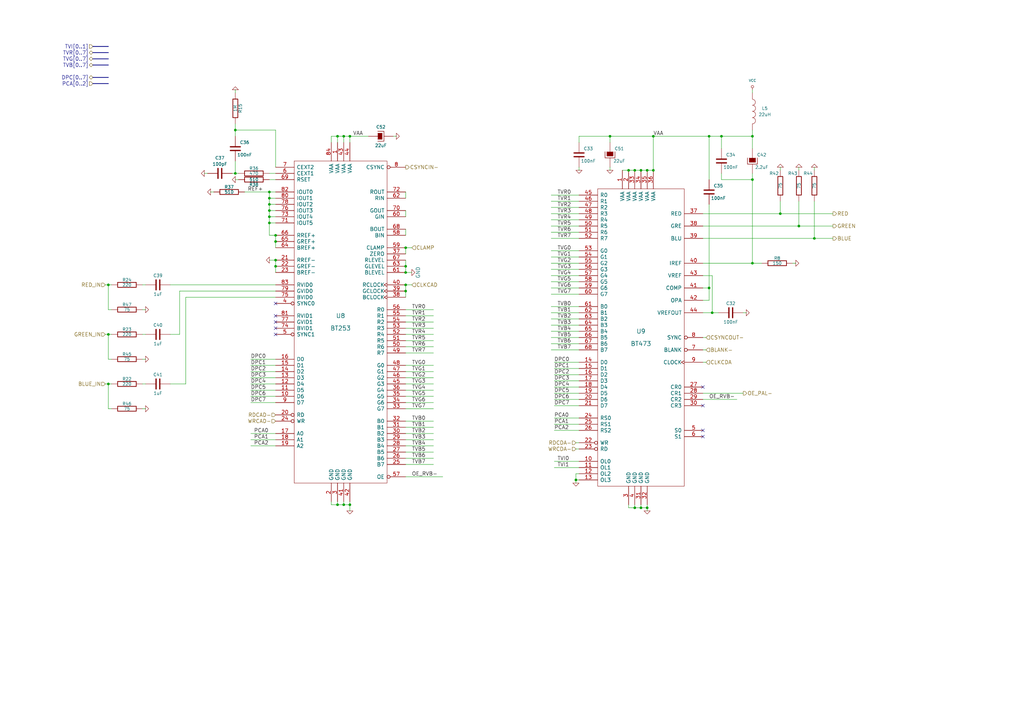
<source format=kicad_sch>
(kicad_sch (version 20211123) (generator eeschema)
  (paper "A3")
  (title_block (title "Video") (date "Sun 22 Mar 2015") (rev "2.0B") (company "Kicad EDA"))
  (lib_symbols
    (symbol "video_schlib:BT253" (pin_names (offset 1.016))
      (property "Reference" "U" (at 0 2.54 0))
      (property "Value" "BT253" (at 0 -2.54 0))
      (symbol "BT253_0_1"
        (rectangle (start -19.05 -66.04) (end 19.05 66.04))
      )
      (symbol "BT253_1_1"
        (pin input line (at -1.27 73.66 270) (length 7.62) (name "VAA") (number "1"))
        (pin tri_state line (at -26.67 -30.48 0) (length 7.62) (name "D6") (number "10"))
        (pin tri_state line (at -26.67 -27.94 0) (length 7.62) (name "D5") (number "11"))
        (pin tri_state line (at -26.67 -25.4 0) (length 7.62) (name "D4") (number "12"))
        (pin tri_state line (at -26.67 -22.86 0) (length 7.62) (name "D3") (number "13"))
        (pin tri_state line (at -26.67 -20.32 0) (length 7.62) (name "D2") (number "14"))
        (pin tri_state line (at -26.67 -17.78 0) (length 7.62) (name "D1") (number "15"))
        (pin tri_state line (at -26.67 -15.24 0) (length 7.62) (name "D0") (number "16"))
        (pin input line (at -26.67 -45.72 0) (length 7.62) (name "A0") (number "17"))
        (pin input line (at -26.67 -48.26 0) (length 7.62) (name "A1") (number "18"))
        (pin input line (at -26.67 -50.8 0) (length 7.62) (name "A2") (number "19"))
        (pin input line (at -3.81 -73.66 90) (length 7.62) (name "GND") (number "2"))
        (pin input inverted (at -26.67 -38.1 0) (length 7.62) (name "RD") (number "20"))
        (pin input line (at -26.67 25.4 0) (length 7.62) (name "RREF-") (number "21"))
        (pin input line (at -26.67 22.86 0) (length 7.62) (name "GREF-") (number "22"))
        (pin input line (at -26.67 20.32 0) (length 7.62) (name "BREF-") (number "23"))
        (pin input inverted (at -26.67 -40.64 0) (length 7.62) (name "WR") (number "24"))
        (pin tri_state line (at 26.67 -58.42 180) (length 7.62) (name "B7") (number "25"))
        (pin tri_state line (at 26.67 -55.88 180) (length 7.62) (name "B6") (number "26"))
        (pin tri_state line (at 26.67 -53.34 180) (length 7.62) (name "B5") (number "27"))
        (pin tri_state line (at 26.67 -50.8 180) (length 7.62) (name "B4") (number "28"))
        (pin tri_state line (at 26.67 -48.26 180) (length 7.62) (name "B3") (number "29"))
        (pin input line (at -1.27 -73.66 90) (length 7.62) (name "GND") (number "3"))
        (pin tri_state line (at 26.67 -45.72 180) (length 7.62) (name "B2") (number "30"))
        (pin tri_state line (at 26.67 -43.18 180) (length 7.62) (name "B1") (number "31"))
        (pin tri_state line (at 26.67 -40.64 180) (length 7.62) (name "B0") (number "32"))
        (pin tri_state line (at 26.67 -35.56 180) (length 7.62) (name "G7") (number "33"))
        (pin tri_state line (at 26.67 -33.02 180) (length 7.62) (name "G6") (number "34"))
        (pin tri_state line (at 26.67 -30.48 180) (length 7.62) (name "G5") (number "35"))
        (pin tri_state line (at 26.67 -27.94 180) (length 7.62) (name "G4") (number "36"))
        (pin input line (at 26.67 27.94 180) (length 7.62) (name "ZERO") (number "37"))
        (pin input clock (at 26.67 10.16 180) (length 7.62) (name "BCLOCK") (number "38"))
        (pin input clock (at 26.67 12.7 180) (length 7.62) (name "GCLOCK") (number "39"))
        (pin input inverted (at -26.67 7.62 0) (length 7.62) (name "SYNC0") (number "4"))
        (pin input clock (at 26.67 15.24 180) (length 7.62) (name "RCLOCK") (number "40"))
        (pin input line (at 1.27 -73.66 90) (length 7.62) (name "GND") (number "41"))
        (pin input line (at 3.81 -73.66 90) (length 7.62) (name "GND") (number "42"))
        (pin input line (at 1.27 73.66 270) (length 7.62) (name "VAA") (number "43"))
        (pin input line (at 3.81 73.66 270) (length 7.62) (name "VAA") (number "44"))
        (pin tri_state line (at 26.67 -25.4 180) (length 7.62) (name "G3") (number "45"))
        (pin tri_state line (at 26.67 -22.86 180) (length 7.62) (name "G2") (number "46"))
        (pin tri_state line (at 26.67 -20.32 180) (length 7.62) (name "G1") (number "47"))
        (pin tri_state line (at 26.67 -17.78 180) (length 7.62) (name "G0") (number "48"))
        (pin tri_state line (at 26.67 -12.7 180) (length 7.62) (name "R7") (number "49"))
        (pin input inverted (at -26.67 -5.08 0) (length 7.62) (name "SYNC1") (number "5"))
        (pin tri_state line (at 26.67 -10.16 180) (length 7.62) (name "R6") (number "50"))
        (pin tri_state line (at 26.67 -7.62 180) (length 7.62) (name "R5") (number "51"))
        (pin tri_state line (at 26.67 -5.08 180) (length 7.62) (name "R4") (number "52"))
        (pin tri_state line (at 26.67 -2.54 180) (length 7.62) (name "R3") (number "53"))
        (pin tri_state line (at 26.67 0 180) (length 7.62) (name "R2") (number "54"))
        (pin tri_state line (at 26.67 2.54 180) (length 7.62) (name "R1") (number "55"))
        (pin tri_state line (at 26.67 5.08 180) (length 7.62) (name "R0") (number "56"))
        (pin input inverted (at 26.67 -63.5 180) (length 7.62) (name "OE") (number "57"))
        (pin input line (at 26.67 35.56 180) (length 7.62) (name "BIN") (number "58"))
        (pin input line (at 26.67 30.48 180) (length 7.62) (name "CLAMP") (number "59"))
        (pin output line (at -26.67 60.96 0) (length 7.62) (name "CEXT1") (number "6"))
        (pin input line (at 26.67 43.18 180) (length 7.62) (name "GIN") (number "60"))
        (pin input line (at 26.67 20.32 180) (length 7.62) (name "BLEVEL") (number "61"))
        (pin input line (at 26.67 50.8 180) (length 7.62) (name "RIN") (number "62"))
        (pin input line (at 26.67 22.86 180) (length 7.62) (name "GLEVEL") (number "63"))
        (pin input line (at -26.67 30.48 0) (length 7.62) (name "BREF+") (number "64"))
        (pin input line (at -26.67 33.02 0) (length 7.62) (name "GREF+") (number "65"))
        (pin input line (at -26.67 35.56 0) (length 7.62) (name "RREF+") (number "66"))
        (pin input line (at 26.67 25.4 180) (length 7.62) (name "RLEVEL") (number "67"))
        (pin output line (at 26.67 38.1 180) (length 7.62) (name "BOUT") (number "68"))
        (pin input line (at -26.67 58.42 0) (length 7.62) (name "RSET") (number "69"))
        (pin input line (at -26.67 63.5 0) (length 7.62) (name "CEXT2") (number "7"))
        (pin output line (at 26.67 45.72 180) (length 7.62) (name "GOUT") (number "70"))
        (pin passive line (at -26.67 40.64 0) (length 7.62) (name "IOUT5") (number "71"))
        (pin output line (at 26.67 53.34 180) (length 7.62) (name "ROUT") (number "72"))
        (pin passive line (at -26.67 43.18 0) (length 7.62) (name "IOUT4") (number "73"))
        (pin input line (at -26.67 -2.54 0) (length 7.62) (name "BVID1") (number "74"))
        (pin input line (at -26.67 10.16 0) (length 7.62) (name "BVID0") (number "75"))
        (pin passive line (at -26.67 45.72 0) (length 7.62) (name "IOUT3") (number "76"))
        (pin input line (at -26.67 0 0) (length 7.62) (name "GVID1") (number "77"))
        (pin passive line (at -26.67 48.26 0) (length 7.62) (name "IOUT2") (number "78"))
        (pin input line (at -26.67 12.7 0) (length 7.62) (name "GVID0") (number "79"))
        (pin output inverted (at 26.67 63.5 180) (length 7.62) (name "CSYNC") (number "8"))
        (pin passive line (at -26.67 50.8 0) (length 7.62) (name "IOUT1") (number "80"))
        (pin input line (at -26.67 2.54 0) (length 7.62) (name "RVID1") (number "81"))
        (pin passive line (at -26.67 53.34 0) (length 7.62) (name "IOUT0") (number "82"))
        (pin input line (at -26.67 15.24 0) (length 7.62) (name "RVID0") (number "83"))
        (pin input line (at -3.81 73.66 270) (length 7.62) (name "VAA") (number "84"))
        (pin tri_state line (at -26.67 -33.02 0) (length 7.62) (name "D7") (number "9"))
      )
    )
    (symbol "video_schlib:BT473" (pin_names (offset 1.016))
      (property "Reference" "U" (at 0 2.54 0))
      (property "Value" "BT473" (at 0 -2.54 0))
      (symbol "BT473_0_1"
        (rectangle (start -17.78 -60.96) (end 17.78 60.96))
      )
      (symbol "BT473_1_1"
        (pin input line (at -7.62 68.58 270) (length 7.62) (name "VAA") (number "1"))
        (pin input line (at -25.4 -50.8 0) (length 7.62) (name "OL0") (number "10"))
        (pin input line (at -25.4 -53.34 0) (length 7.62) (name "OL1") (number "11"))
        (pin input line (at -25.4 -55.88 0) (length 7.62) (name "OL2") (number "12"))
        (pin input line (at -25.4 -58.42 0) (length 7.62) (name "OL3") (number "13"))
        (pin input line (at -25.4 -10.16 0) (length 7.62) (name "D0") (number "14"))
        (pin input line (at -25.4 -12.7 0) (length 7.62) (name "D1") (number "15"))
        (pin input line (at -25.4 -15.24 0) (length 7.62) (name "D2") (number "16"))
        (pin input line (at -25.4 -17.78 0) (length 7.62) (name "D3") (number "17"))
        (pin input line (at -25.4 -20.32 0) (length 7.62) (name "D4") (number "18"))
        (pin input line (at -25.4 -22.86 0) (length 7.62) (name "D5") (number "19"))
        (pin input line (at -5.08 68.58 270) (length 7.62) (name "VAA") (number "2"))
        (pin input line (at -25.4 -25.4 0) (length 7.62) (name "D6") (number "20"))
        (pin input line (at -25.4 -27.94 0) (length 7.62) (name "D7") (number "21"))
        (pin input inverted (at -25.4 -43.18 0) (length 7.62) (name "WR") (number "22"))
        (pin input inverted (at -25.4 -45.72 0) (length 7.62) (name "RD") (number "23"))
        (pin input line (at -25.4 -33.02 0) (length 7.62) (name "RS0") (number "24"))
        (pin input line (at -25.4 -35.56 0) (length 7.62) (name "RS1") (number "25"))
        (pin input line (at -25.4 -38.1 0) (length 7.62) (name "RS2") (number "26"))
        (pin output line (at 25.4 -20.32 180) (length 7.62) (name "CR0") (number "27"))
        (pin output line (at 25.4 -22.86 180) (length 7.62) (name "CR1") (number "28"))
        (pin output line (at 25.4 -25.4 180) (length 7.62) (name "CR2") (number "29"))
        (pin input line (at -5.08 -68.58 90) (length 7.62) (name "GND") (number "3"))
        (pin output line (at 25.4 -27.94 180) (length 7.62) (name "CR3") (number "30"))
        (pin input line (at 0 -68.58 90) (length 7.62) (name "GND") (number "31"))
        (pin input line (at 2.54 -68.58 90) (length 7.62) (name "GND") (number "32"))
        (pin input line (at -2.54 68.58 270) (length 7.62) (name "VAA") (number "33"))
        (pin input line (at 0 68.58 270) (length 7.62) (name "VAA") (number "34"))
        (pin input line (at 2.54 68.58 270) (length 7.62) (name "VAA") (number "35"))
        (pin input line (at 5.08 68.58 270) (length 7.62) (name "VAA") (number "36"))
        (pin output line (at 25.4 50.8 180) (length 7.62) (name "RED") (number "37"))
        (pin output line (at 25.4 45.72 180) (length 7.62) (name "GRE") (number "38"))
        (pin output line (at 25.4 40.64 180) (length 7.62) (name "BLU") (number "39"))
        (pin input line (at -2.54 -68.58 90) (length 7.62) (name "GND") (number "4"))
        (pin input line (at 25.4 30.48 180) (length 7.62) (name "IREF") (number "40"))
        (pin input line (at 25.4 20.32 180) (length 7.62) (name "COMP") (number "41"))
        (pin output line (at 25.4 15.24 180) (length 7.62) (name "OPA") (number "42"))
        (pin input line (at 25.4 25.4 180) (length 7.62) (name "VREF") (number "43"))
        (pin output line (at 25.4 10.16 180) (length 7.62) (name "VREFOUT") (number "44"))
        (pin input line (at -25.4 58.42 0) (length 7.62) (name "R0") (number "45"))
        (pin input line (at -25.4 55.88 0) (length 7.62) (name "R1") (number "46"))
        (pin input line (at -25.4 53.34 0) (length 7.62) (name "R2") (number "47"))
        (pin input line (at -25.4 50.8 0) (length 7.62) (name "R3") (number "48"))
        (pin input line (at -25.4 48.26 0) (length 7.62) (name "R4") (number "49"))
        (pin input line (at 25.4 -38.1 180) (length 7.62) (name "S0") (number "5"))
        (pin input line (at -25.4 45.72 0) (length 7.62) (name "R5") (number "50"))
        (pin input line (at -25.4 43.18 0) (length 7.62) (name "R6") (number "51"))
        (pin input line (at -25.4 40.64 0) (length 7.62) (name "R7") (number "52"))
        (pin input line (at -25.4 35.56 0) (length 7.62) (name "G0") (number "53"))
        (pin input line (at -25.4 33.02 0) (length 7.62) (name "G1") (number "54"))
        (pin input line (at -25.4 30.48 0) (length 7.62) (name "G2") (number "55"))
        (pin input line (at -25.4 27.94 0) (length 7.62) (name "G3") (number "56"))
        (pin input line (at -25.4 25.4 0) (length 7.62) (name "G4") (number "57"))
        (pin input line (at -25.4 22.86 0) (length 7.62) (name "G5") (number "58"))
        (pin input line (at -25.4 20.32 0) (length 7.62) (name "G6") (number "59"))
        (pin input line (at 25.4 -40.64 180) (length 7.62) (name "S1") (number "6"))
        (pin input line (at -25.4 17.78 0) (length 7.62) (name "G7") (number "60"))
        (pin input line (at -25.4 12.7 0) (length 7.62) (name "B0") (number "61"))
        (pin input line (at -25.4 10.16 0) (length 7.62) (name "B1") (number "62"))
        (pin input line (at -25.4 7.62 0) (length 7.62) (name "B2") (number "63"))
        (pin input line (at -25.4 5.08 0) (length 7.62) (name "B3") (number "64"))
        (pin input line (at -25.4 2.54 0) (length 7.62) (name "B4") (number "65"))
        (pin input line (at -25.4 0 0) (length 7.62) (name "B5") (number "66"))
        (pin input line (at -25.4 -2.54 0) (length 7.62) (name "B6") (number "67"))
        (pin input line (at -25.4 -5.08 0) (length 7.62) (name "B7") (number "68"))
        (pin input inverted (at 25.4 -5.08 180) (length 7.62) (name "BLANK") (number "7"))
        (pin input inverted (at 25.4 0 180) (length 7.62) (name "SYNC") (number "8"))
        (pin input clock (at 25.4 -10.16 180) (length 7.62) (name "CLOCK") (number "9"))
      )
    )
    (symbol "video_schlib:C" (pin_numbers hide) (pin_names (offset 0.254))
      (property "Reference" "C" (at 0 2.54 0))
      (property "Value" "C" (at 0.1524 -2.159 0))
      (symbol "C_0_1"
        (polyline (pts (xy -2.032 -0.762) (xy 2.032 -0.762)) (stroke (width 0.508)))
        (polyline (pts (xy -2.032 0.762) (xy 2.032 0.762)) (stroke (width 0.508)))
      )
      (symbol "C_1_1"
        (pin passive line (at 0 5.08 270) (length 4.318) (name "~") (number "1"))
        (pin passive line (at 0 -5.08 90) (length 4.318) (name "~") (number "2"))
      )
    )
    (symbol "video_schlib:CP" (pin_numbers hide) (pin_names (offset 0.254) hide)
      (property "Reference" "C" (at 1.27 2.54 0))
      (property "Value" "CP" (at 1.27 -2.54 0))
      (symbol "CP_0_1"
        (polyline (pts (xy -2.032 1.27) (xy -2.032 -1.27) (xy 2.032 -1.27) (xy 2.032 1.27)) (stroke (width 0.2032)))
        (polyline (pts (xy -1.27 1.27) (xy -1.27 -0.508) (xy 1.27 -0.508) (xy 1.27 1.27)) (fill (type outline)))
      )
      (symbol "CP_1_1"
        (pin passive line (at 0 5.08 270) (length 3.81) (name "~") (number "1"))
        (pin passive line (at 0 -5.08 90) (length 3.81) (name "~") (number "2"))
      )
    )
    (symbol "video_schlib:GND" (power) (pin_names (offset 0))
      (symbol "GND_0_1"
        (polyline (pts (xy -1.27 0) (xy 0 -1.27) (xy 1.27 0) (xy -1.27 0)))
      )
      (symbol "GND_1_1"
        (pin power_in line (at 0 0 90) (length 0) hide (name "GND") (number "1"))
      )
    )
    (symbol "video_schlib:INDUCTOR" (pin_numbers hide) (pin_names (offset 1.016) hide)
      (property "Reference" "L" (at -1.27 0 90))
      (property "Value" "INDUCTOR" (at 2.54 0 90))
      (symbol "INDUCTOR_0_1"
        (arc (start 0.0254 -5.0546) (mid 1.245 -3.7973) (end 0.0254 -2.54))
        (arc (start 0.0254 -2.5146) (mid 1.2704 -1.2319) (end 0.0254 0.0508))
        (arc (start 0.0254 0.0254) (mid 1.2704 1.3081) (end 0.0254 2.5908))
        (arc (start 0.0254 2.5654) (mid 1.1942 3.7719) (end 0.0254 4.9784))
      )
      (symbol "INDUCTOR_1_1"
        (pin passive line (at 0 7.62 270) (length 2.54) (name "1") (number "1"))
        (pin passive line (at 0 -7.62 90) (length 2.54) (name "2") (number "2"))
      )
    )
    (symbol "video_schlib:R" (pin_numbers hide) (pin_names (offset 0))
      (property "Reference" "R" (at 2.032 0 90))
      (property "Value" "R" (at 0.1778 0.0254 90))
      (symbol "R_0_1"
        (rectangle (start -1.016 3.81) (end 1.016 -3.81) (stroke (width 0.3048)))
      )
      (symbol "R_1_1"
        (pin passive line (at 0 6.35 270) (length 2.54) (name "~") (number "1"))
        (pin passive line (at 0 -6.35 90) (length 2.54) (name "~") (number "2"))
      )
    )
    (symbol "video_schlib:VCC" (power) (pin_names (offset 0))
      (property "Value" "VCC" (at 0 2.54 0))
      (symbol "VCC_0_0"
        (pin power_in line (at 0 0 90) (length 0) hide (name "VCC") (number "1"))
      )
      (symbol "VCC_0_1"
        (polyline (pts (xy 0 0) (xy 0 0.762) (xy 0 0.762)))
        (circle (center 0 1.27) (radius 0.508))
      )
    )
  )
  (junction (at 166.37 111.76) (diameter 0.9144))
  (junction (at 308.61 73.66) (diameter 0.9144))
  (junction (at 166.37 119.38) (diameter 0.9144))
  (junction (at 327.66 92.71) (diameter 0.9144))
  (junction (at 110.49 81.28) (diameter 0.9144))
  (junction (at 262.89 208.28) (diameter 0.9144))
  (junction (at 44.45 116.84) (diameter 0.9144))
  (junction (at 110.49 78.74) (diameter 0.9144))
  (junction (at 308.61 55.88) (diameter 0.9144))
  (junction (at 140.97 207.01) (diameter 0.9144))
  (junction (at 110.49 83.82) (diameter 0.9144))
  (junction (at 260.35 69.85) (diameter 0.9144))
  (junction (at 265.43 69.85) (diameter 0.9144))
  (junction (at 290.83 118.11) (diameter 0.9144))
  (junction (at 236.22 196.85) (diameter 0.9144))
  (junction (at 166.37 109.22) (diameter 0.9144))
  (junction (at 295.91 55.88) (diameter 0.9144))
  (junction (at 267.97 69.85) (diameter 0.9144))
  (junction (at 138.43 207.01) (diameter 0.9144))
  (junction (at 292.1 128.27) (diameter 0.9144))
  (junction (at 262.89 69.85) (diameter 0.9144))
  (junction (at 143.51 207.01) (diameter 0.9144))
  (junction (at 138.43 55.88) (diameter 0.9144))
  (junction (at 320.04 87.63) (diameter 0.9144))
  (junction (at 166.37 101.6) (diameter 0.9144))
  (junction (at 96.52 53.34) (diameter 0.9144))
  (junction (at 44.45 157.48) (diameter 0.9144))
  (junction (at 308.61 107.95) (diameter 0.9144))
  (junction (at 113.03 96.52) (diameter 0.9144))
  (junction (at 110.49 88.9) (diameter 0.9144))
  (junction (at 44.45 137.16) (diameter 0.9144))
  (junction (at 166.37 116.84) (diameter 0.9144))
  (junction (at 250.19 55.88) (diameter 0.9144))
  (junction (at 334.01 97.79) (diameter 0.9144))
  (junction (at 113.03 106.68) (diameter 0.9144))
  (junction (at 110.49 86.36) (diameter 0.9144))
  (junction (at 140.97 55.88) (diameter 0.9144))
  (junction (at 113.03 99.06) (diameter 0.9144))
  (junction (at 265.43 208.28) (diameter 0.9144))
  (junction (at 290.83 55.88) (diameter 0.9144))
  (junction (at 113.03 109.22) (diameter 0.9144))
  (junction (at 267.97 55.88) (diameter 0.9144))
  (junction (at 110.49 91.44) (diameter 0.9144))
  (junction (at 257.81 69.85) (diameter 0.9144))
  (junction (at 143.51 55.88) (diameter 0.9144))
  (junction (at 96.52 71.12) (diameter 0.9144))
  (junction (at 260.35 208.28) (diameter 0.9144))
  (no_connect (at 288.29 166.37))
  (no_connect (at 288.29 158.75))
  (no_connect (at 113.03 137.16))
  (no_connect (at 113.03 129.54))
  (no_connect (at 288.29 176.53))
  (no_connect (at 288.29 179.07))
  (no_connect (at 113.03 134.62))
  (no_connect (at 113.03 132.08))
  (no_connect (at 113.03 124.46))
  (wire (pts (xy 226.06 102.87) (xy 237.49 102.87)))
  (wire (pts (xy 58.42 137.16) (xy 59.69 137.16)))
  (wire (pts (xy 95.25 71.12) (xy 96.52 71.12)))
  (wire (pts (xy 102.87 180.34) (xy 113.03 180.34)))
  (wire (pts (xy 250.19 58.42) (xy 250.19 55.88)))
  (wire (pts (xy 166.37 127) (xy 177.8 127)))
  (wire (pts (xy 44.45 147.32) (xy 45.72 147.32)))
  (wire (pts (xy 292.1 128.27) (xy 294.64 128.27)))
  (wire (pts (xy 102.87 147.32) (xy 113.03 147.32)))
  (wire (pts (xy 288.29 97.79) (xy 334.01 97.79)))
  (wire (pts (xy 166.37 101.6) (xy 168.91 101.6)))
  (wire (pts (xy 327.66 92.71) (xy 341.63 92.71)))
  (wire (pts (xy 260.35 208.28) (xy 262.89 208.28)))
  (wire (pts (xy 290.83 55.88) (xy 295.91 55.88)))
  (wire (pts (xy 237.49 196.85) (xy 236.22 196.85)))
  (wire (pts (xy 113.03 121.92) (xy 76.2 121.92)))
  (wire (pts (xy 166.37 93.98) (xy 166.37 96.52)))
  (wire (pts (xy 227.33 153.67) (xy 237.49 153.67)))
  (wire (pts (xy 43.18 137.16) (xy 44.45 137.16)))
  (wire (pts (xy 140.97 207.01) (xy 143.51 207.01)))
  (wire (pts (xy 226.06 113.03) (xy 237.49 113.03)))
  (wire (pts (xy 334.01 69.85) (xy 334.01 68.58)))
  (wire (pts (xy 166.37 162.56) (xy 177.8 162.56)))
  (wire (pts (xy 265.43 69.85) (xy 267.97 69.85)))
  (wire (pts (xy 237.49 184.15) (xy 236.22 184.15)))
  (wire (pts (xy 166.37 167.64) (xy 177.8 167.64)))
  (wire (pts (xy 102.87 177.8) (xy 113.03 177.8)))
  (wire (pts (xy 236.22 194.31) (xy 236.22 196.85)))
  (wire (pts (xy 227.33 148.59) (xy 237.49 148.59)))
  (wire (pts (xy 260.35 69.85) (xy 262.89 69.85)))
  (wire (pts (xy 166.37 104.14) (xy 166.37 101.6)))
  (wire (pts (xy 288.29 92.71) (xy 327.66 92.71)))
  (wire (pts (xy 226.06 120.65) (xy 237.49 120.65)))
  (wire (pts (xy 265.43 208.28) (xy 265.43 209.55)))
  (wire (pts (xy 320.04 87.63) (xy 341.63 87.63)))
  (wire (pts (xy 227.33 161.29) (xy 237.49 161.29)))
  (wire (pts (xy 113.03 99.06) (xy 113.03 101.6)))
  (wire (pts (xy 226.06 133.35) (xy 237.49 133.35)))
  (wire (pts (xy 226.06 92.71) (xy 237.49 92.71)))
  (wire (pts (xy 290.83 123.19) (xy 288.29 123.19)))
  (wire (pts (xy 227.33 158.75) (xy 237.49 158.75)))
  (wire (pts (xy 96.52 38.1) (xy 96.52 36.83)))
  (wire (pts (xy 166.37 116.84) (xy 166.37 119.38)))
  (wire (pts (xy 227.33 163.83) (xy 237.49 163.83)))
  (wire (pts (xy 226.06 107.95) (xy 237.49 107.95)))
  (wire (pts (xy 236.22 181.61) (xy 237.49 181.61)))
  (wire (pts (xy 226.06 90.17) (xy 237.49 90.17)))
  (wire (pts (xy 110.49 78.74) (xy 110.49 81.28)))
  (wire (pts (xy 260.35 208.28) (xy 260.35 207.01)))
  (wire (pts (xy 44.45 157.48) (xy 44.45 167.64)))
  (wire (pts (xy 166.37 109.22) (xy 166.37 111.76)))
  (wire (pts (xy 96.52 73.66) (xy 97.79 73.66)))
  (wire (pts (xy 226.06 125.73) (xy 237.49 125.73)))
  (wire (pts (xy 113.03 81.28) (xy 110.49 81.28)))
  (wire (pts (xy 226.06 130.81) (xy 237.49 130.81)))
  (wire (pts (xy 44.45 137.16) (xy 44.45 147.32)))
  (wire (pts (xy 166.37 111.76) (xy 168.91 111.76)))
  (wire (pts (xy 110.49 86.36) (xy 113.03 86.36)))
  (wire (pts (xy 308.61 53.34) (xy 308.61 55.88)))
  (wire (pts (xy 250.19 69.85) (xy 250.19 68.58)))
  (wire (pts (xy 237.49 189.23) (xy 227.33 189.23)))
  (wire (pts (xy 166.37 190.5) (xy 177.8 190.5)))
  (wire (pts (xy 110.49 83.82) (xy 113.03 83.82)))
  (wire (pts (xy 96.52 71.12) (xy 97.79 71.12)))
  (wire (pts (xy 166.37 157.48) (xy 177.8 157.48)))
  (wire (pts (xy 292.1 113.03) (xy 288.29 113.03)))
  (wire (pts (xy 110.49 96.52) (xy 113.03 96.52)))
  (wire (pts (xy 102.87 182.88) (xy 113.03 182.88)))
  (wire (pts (xy 288.29 107.95) (xy 308.61 107.95)))
  (wire (pts (xy 69.85 116.84) (xy 113.03 116.84)))
  (wire (pts (xy 59.69 127) (xy 58.42 127)))
  (wire (pts (xy 227.33 166.37) (xy 237.49 166.37)))
  (wire (pts (xy 110.49 86.36) (xy 110.49 88.9)))
  (wire (pts (xy 290.83 83.82) (xy 290.83 118.11)))
  (wire (pts (xy 110.49 71.12) (xy 113.03 71.12)))
  (wire (pts (xy 236.22 196.85) (xy 236.22 198.12)))
  (wire (pts (xy 166.37 86.36) (xy 166.37 88.9)))
  (wire (pts (xy 226.06 138.43) (xy 237.49 138.43)))
  (wire (pts (xy 102.87 157.48) (xy 113.03 157.48)))
  (wire (pts (xy 102.87 165.1) (xy 113.03 165.1)))
  (wire (pts (xy 162.56 55.88) (xy 161.29 55.88)))
  (wire (pts (xy 257.81 208.28) (xy 260.35 208.28)))
  (wire (pts (xy 166.37 149.86) (xy 177.8 149.86)))
  (wire (pts (xy 166.37 180.34) (xy 177.8 180.34)))
  (wire (pts (xy 290.83 55.88) (xy 290.83 73.66)))
  (wire (pts (xy 110.49 73.66) (xy 113.03 73.66)))
  (wire (pts (xy 227.33 151.13) (xy 237.49 151.13)))
  (wire (pts (xy 320.04 82.55) (xy 320.04 87.63)))
  (wire (pts (xy 76.2 121.92) (xy 76.2 157.48)))
  (wire (pts (xy 110.49 88.9) (xy 113.03 88.9)))
  (wire (pts (xy 59.69 147.32) (xy 58.42 147.32)))
  (wire (pts (xy 237.49 191.77) (xy 227.33 191.77)))
  (wire (pts (xy 102.87 154.94) (xy 113.03 154.94)))
  (wire (pts (xy 237.49 58.42) (xy 237.49 55.88)))
  (wire (pts (xy 226.06 128.27) (xy 237.49 128.27)))
  (wire (pts (xy 226.06 82.55) (xy 237.49 82.55)))
  (wire (pts (xy 226.06 118.11) (xy 237.49 118.11)))
  (wire (pts (xy 288.29 87.63) (xy 320.04 87.63)))
  (wire (pts (xy 226.06 105.41) (xy 237.49 105.41)))
  (wire (pts (xy 44.45 157.48) (xy 45.72 157.48)))
  (wire (pts (xy 308.61 73.66) (xy 308.61 107.95)))
  (wire (pts (xy 308.61 55.88) (xy 308.61 60.96)))
  (wire (pts (xy 226.06 110.49) (xy 237.49 110.49)))
  (wire (pts (xy 226.06 135.89) (xy 237.49 135.89)))
  (wire (pts (xy 308.61 71.12) (xy 308.61 73.66)))
  (bus (pts (xy 38.1 19.05) (xy 44.45 19.05)))
  (wire (pts (xy 288.29 163.83) (xy 302.26 163.83)))
  (wire (pts (xy 58.42 116.84) (xy 59.69 116.84)))
  (wire (pts (xy 226.06 85.09) (xy 237.49 85.09)))
  (wire (pts (xy 166.37 144.78) (xy 177.8 144.78)))
  (wire (pts (xy 226.06 95.25) (xy 237.49 95.25)))
  (wire (pts (xy 326.39 107.95) (xy 325.12 107.95)))
  (wire (pts (xy 166.37 132.08) (xy 177.8 132.08)))
  (wire (pts (xy 226.06 143.51) (xy 237.49 143.51)))
  (wire (pts (xy 237.49 55.88) (xy 250.19 55.88)))
  (wire (pts (xy 166.37 78.74) (xy 166.37 81.28)))
  (wire (pts (xy 226.06 80.01) (xy 237.49 80.01)))
  (wire (pts (xy 166.37 152.4) (xy 177.8 152.4)))
  (wire (pts (xy 306.07 128.27) (xy 304.8 128.27)))
  (wire (pts (xy 295.91 55.88) (xy 308.61 55.88)))
  (wire (pts (xy 290.83 118.11) (xy 290.83 123.19)))
  (wire (pts (xy 135.89 55.88) (xy 135.89 58.42)))
  (wire (pts (xy 44.45 137.16) (xy 45.72 137.16)))
  (wire (pts (xy 166.37 142.24) (xy 177.8 142.24)))
  (wire (pts (xy 143.51 55.88) (xy 151.13 55.88)))
  (wire (pts (xy 135.89 207.01) (xy 138.43 207.01)))
  (wire (pts (xy 166.37 119.38) (xy 166.37 121.92)))
  (bus (pts (xy 38.1 34.29) (xy 44.45 34.29)))
  (wire (pts (xy 113.03 106.68) (xy 113.03 109.22)))
  (wire (pts (xy 58.42 167.64) (xy 59.69 167.64)))
  (wire (pts (xy 226.06 87.63) (xy 237.49 87.63)))
  (wire (pts (xy 257.81 208.28) (xy 257.81 207.01)))
  (wire (pts (xy 86.36 78.74) (xy 87.63 78.74)))
  (wire (pts (xy 135.89 207.01) (xy 135.89 205.74)))
  (wire (pts (xy 102.87 149.86) (xy 113.03 149.86)))
  (wire (pts (xy 138.43 207.01) (xy 140.97 207.01)))
  (wire (pts (xy 250.19 55.88) (xy 267.97 55.88)))
  (wire (pts (xy 166.37 139.7) (xy 177.8 139.7)))
  (wire (pts (xy 113.03 119.38) (xy 73.66 119.38)))
  (wire (pts (xy 265.43 207.01) (xy 265.43 208.28)))
  (wire (pts (xy 96.52 50.8) (xy 96.52 53.34)))
  (bus (pts (xy 38.1 31.75) (xy 44.45 31.75)))
  (wire (pts (xy 290.83 118.11) (xy 288.29 118.11)))
  (wire (pts (xy 308.61 36.83) (xy 308.61 38.1)))
  (wire (pts (xy 166.37 160.02) (xy 177.8 160.02)))
  (wire (pts (xy 227.33 173.99) (xy 237.49 173.99)))
  (wire (pts (xy 166.37 175.26) (xy 177.8 175.26)))
  (wire (pts (xy 295.91 71.12) (xy 295.91 73.66)))
  (wire (pts (xy 110.49 91.44) (xy 113.03 91.44)))
  (wire (pts (xy 110.49 83.82) (xy 110.49 86.36)))
  (wire (pts (xy 102.87 152.4) (xy 113.03 152.4)))
  (wire (pts (xy 69.85 137.16) (xy 73.66 137.16)))
  (bus (pts (xy 38.1 24.13) (xy 44.45 24.13)))
  (wire (pts (xy 143.51 207.01) (xy 143.51 209.55)))
  (wire (pts (xy 138.43 55.88) (xy 140.97 55.88)))
  (wire (pts (xy 44.45 167.64) (xy 45.72 167.64)))
  (wire (pts (xy 83.82 71.12) (xy 85.09 71.12)))
  (wire (pts (xy 110.49 81.28) (xy 110.49 83.82)))
  (wire (pts (xy 96.52 53.34) (xy 96.52 55.88)))
  (wire (pts (xy 44.45 116.84) (xy 45.72 116.84)))
  (wire (pts (xy 69.85 157.48) (xy 76.2 157.48)))
  (wire (pts (xy 166.37 172.72) (xy 177.8 172.72)))
  (wire (pts (xy 227.33 171.45) (xy 237.49 171.45)))
  (wire (pts (xy 110.49 78.74) (xy 113.03 78.74)))
  (wire (pts (xy 96.52 71.12) (xy 96.52 66.04)))
  (wire (pts (xy 138.43 55.88) (xy 138.43 58.42)))
  (wire (pts (xy 143.51 58.42) (xy 143.51 55.88)))
  (wire (pts (xy 308.61 107.95) (xy 312.42 107.95)))
  (wire (pts (xy 166.37 129.54) (xy 177.8 129.54)))
  (wire (pts (xy 289.56 143.51) (xy 288.29 143.51)))
  (wire (pts (xy 327.66 68.58) (xy 327.66 69.85)))
  (wire (pts (xy 166.37 137.16) (xy 177.8 137.16)))
  (wire (pts (xy 43.18 116.84) (xy 44.45 116.84)))
  (wire (pts (xy 140.97 55.88) (xy 140.97 58.42)))
  (wire (pts (xy 166.37 134.62) (xy 177.8 134.62)))
  (bus (pts (xy 38.1 26.67) (xy 44.45 26.67)))
  (wire (pts (xy 166.37 187.96) (xy 177.8 187.96)))
  (wire (pts (xy 267.97 69.85) (xy 267.97 55.88)))
  (wire (pts (xy 110.49 91.44) (xy 110.49 96.52)))
  (wire (pts (xy 320.04 69.85) (xy 320.04 68.58)))
  (wire (pts (xy 166.37 182.88) (xy 177.8 182.88)))
  (wire (pts (xy 58.42 157.48) (xy 59.69 157.48)))
  (wire (pts (xy 113.03 53.34) (xy 113.03 68.58)))
  (wire (pts (xy 226.06 115.57) (xy 237.49 115.57)))
  (wire (pts (xy 226.06 97.79) (xy 237.49 97.79)))
  (wire (pts (xy 168.91 116.84) (xy 166.37 116.84)))
  (wire (pts (xy 295.91 73.66) (xy 308.61 73.66)))
  (wire (pts (xy 113.03 109.22) (xy 113.03 111.76)))
  (wire (pts (xy 102.87 162.56) (xy 113.03 162.56)))
  (wire (pts (xy 289.56 138.43) (xy 288.29 138.43)))
  (wire (pts (xy 237.49 68.58) (xy 237.49 69.85)))
  (wire (pts (xy 288.29 128.27) (xy 292.1 128.27)))
  (wire (pts (xy 226.06 140.97) (xy 237.49 140.97)))
  (wire (pts (xy 289.56 148.59) (xy 288.29 148.59)))
  (wire (pts (xy 288.29 161.29) (xy 304.8 161.29)))
  (wire (pts (xy 96.52 53.34) (xy 113.03 53.34)))
  (wire (pts (xy 135.89 55.88) (xy 138.43 55.88)))
  (wire (pts (xy 44.45 116.84) (xy 44.45 127)))
  (wire (pts (xy 143.51 205.74) (xy 143.51 207.01)))
  (wire (pts (xy 334.01 97.79) (xy 341.63 97.79)))
  (wire (pts (xy 166.37 185.42) (xy 177.8 185.42)))
  (wire (pts (xy 166.37 195.58) (xy 181.61 195.58)))
  (wire (pts (xy 292.1 128.27) (xy 292.1 113.03)))
  (wire (pts (xy 140.97 205.74) (xy 140.97 207.01)))
  (wire (pts (xy 267.97 55.88) (xy 290.83 55.88)))
  (wire (pts (xy 262.89 208.28) (xy 262.89 207.01)))
  (wire (pts (xy 255.27 69.85) (xy 257.81 69.85)))
  (wire (pts (xy 113.03 96.52) (xy 113.03 99.06)))
  (wire (pts (xy 227.33 156.21) (xy 237.49 156.21)))
  (wire (pts (xy 257.81 69.85) (xy 260.35 69.85)))
  (wire (pts (xy 295.91 55.88) (xy 295.91 60.96)))
  (bus (pts (xy 38.1 21.59) (xy 44.45 21.59)))
  (wire (pts (xy 110.49 88.9) (xy 110.49 91.44)))
  (wire (pts (xy 138.43 205.74) (xy 138.43 207.01)))
  (wire (pts (xy 166.37 154.94) (xy 177.8 154.94)))
  (wire (pts (xy 262.89 69.85) (xy 265.43 69.85)))
  (wire (pts (xy 100.33 78.74) (xy 110.49 78.74)))
  (wire (pts (xy 102.87 160.02) (xy 113.03 160.02)))
  (wire (pts (xy 44.45 127) (xy 45.72 127)))
  (wire (pts (xy 43.18 157.48) (xy 44.45 157.48)))
  (wire (pts (xy 334.01 97.79) (xy 334.01 82.55)))
  (wire (pts (xy 140.97 55.88) (xy 143.51 55.88)))
  (wire (pts (xy 236.22 194.31) (xy 237.49 194.31)))
  (wire (pts (xy 166.37 165.1) (xy 177.8 165.1)))
  (wire (pts (xy 73.66 119.38) (xy 73.66 137.16)))
  (wire (pts (xy 262.89 208.28) (xy 265.43 208.28)))
  (wire (pts (xy 227.33 176.53) (xy 237.49 176.53)))
  (wire (pts (xy 166.37 177.8) (xy 177.8 177.8)))
  (wire (pts (xy 166.37 106.68) (xy 166.37 109.22)))
  (wire (pts (xy 110.49 106.68) (xy 113.03 106.68)))
  (wire (pts (xy 327.66 92.71) (xy 327.66 82.55)))
  (label "TVI0" (at 228.6 189.23 0) (effects (font (size 1.524 1.524))))
  (label "TVR5" (at 228.6 92.71 0) (effects (font (size 1.524 1.524))))
  (label "PCA0" (at 104.14 177.8 0) (effects (font (size 1.524 1.524))))
  (label "TVR3" (at 168.91 134.62 0) (effects (font (size 1.524 1.524))))
  (label "DPC2" (at 227.33 153.67 0) (effects (font (size 1.524 1.524))))
  (label "TVG7" (at 168.91 167.64 0) (effects (font (size 1.524 1.524))))
  (label "TVR3" (at 228.6 87.63 0) (effects (font (size 1.524 1.524))))
  (label "TVG2" (at 168.91 154.94 0) (effects (font (size 1.524 1.524))))
  (label "DPC0" (at 102.87 147.32 0) (effects (font (size 1.524 1.524))))
  (label "TVR2" (at 228.6 85.09 0) (effects (font (size 1.524 1.524))))
  (label "DPC5" (at 227.33 161.29 0) (effects (font (size 1.524 1.524))))
  (label "OE_RVB-" (at 290.83 163.83 0) (effects (font (size 1.524 1.524))))
  (label "TVG5" (at 168.91 162.56 0) (effects (font (size 1.524 1.524))))
  (label "TVG3" (at 228.6 110.49 0) (effects (font (size 1.524 1.524))))
  (label "TVG1" (at 228.6 105.41 0) (effects (font (size 1.524 1.524))))
  (label "DPC7" (at 227.33 166.37 0) (effects (font (size 1.524 1.524))))
  (label "TVB4" (at 228.6 135.89 0) (effects (font (size 1.524 1.524))))
  (label "TVB1" (at 168.91 175.26 0) (effects (font (size 1.524 1.524))))
  (label "TVB0" (at 168.91 172.72 0) (effects (font (size 1.524 1.524))))
  (label "PCA1" (at 104.14 180.34 0) (effects (font (size 1.524 1.524))))
  (label "TVB5" (at 228.6 138.43 0) (effects (font (size 1.524 1.524))))
  (label "DPC4" (at 227.33 158.75 0) (effects (font (size 1.524 1.524))))
  (label "DPC5" (at 102.87 160.02 0) (effects (font (size 1.524 1.524))))
  (label "DPC6" (at 102.87 162.56 0) (effects (font (size 1.524 1.524))))
  (label "TVR6" (at 168.91 142.24 0) (effects (font (size 1.524 1.524))))
  (label "PCA0" (at 227.33 171.45 0) (effects (font (size 1.524 1.524))))
  (label "VAA" (at 144.78 55.88 0) (effects (font (size 1.524 1.524))))
  (label "TVB1" (at 228.6 128.27 0) (effects (font (size 1.524 1.524))))
  (label "TVB6" (at 168.91 187.96 0) (effects (font (size 1.524 1.524))))
  (label "VAA" (at 267.97 55.88 0) (effects (font (size 1.524 1.524))))
  (label "OE_RVB-" (at 168.91 195.58 0) (effects (font (size 1.524 1.524))))
  (label "PCA1" (at 227.33 173.99 0) (effects (font (size 1.524 1.524))))
  (label "TVG5" (at 228.6 115.57 0) (effects (font (size 1.524 1.524))))
  (label "TVB4" (at 168.91 182.88 0) (effects (font (size 1.524 1.524))))
  (label "TVR7" (at 228.6 97.79 0) (effects (font (size 1.524 1.524))))
  (label "TVR1" (at 168.91 129.54 0) (effects (font (size 1.524 1.524))))
  (label "TVR4" (at 228.6 90.17 0) (effects (font (size 1.524 1.524))))
  (label "TVG4" (at 228.6 113.03 0) (effects (font (size 1.524 1.524))))
  (label "TVI1" (at 228.6 191.77 0) (effects (font (size 1.524 1.524))))
  (label "TVG2" (at 228.6 107.95 0) (effects (font (size 1.524 1.524))))
  (label "TVR0" (at 168.91 127 0) (effects (font (size 1.524 1.524))))
  (label "TVR6" (at 228.6 95.25 0) (effects (font (size 1.524 1.524))))
  (label "TVB5" (at 168.91 185.42 0) (effects (font (size 1.524 1.524))))
  (label "TVR7" (at 168.91 144.78 0) (effects (font (size 1.524 1.524))))
  (label "TVR4" (at 168.91 137.16 0) (effects (font (size 1.524 1.524))))
  (label "DPC4" (at 102.87 157.48 0) (effects (font (size 1.524 1.524))))
  (label "TVG4" (at 168.91 160.02 0) (effects (font (size 1.524 1.524))))
  (label "PCA2" (at 227.33 176.53 0) (effects (font (size 1.524 1.524))))
  (label "TVG3" (at 168.91 157.48 0) (effects (font (size 1.524 1.524))))
  (label "TVB3" (at 228.6 133.35 0) (effects (font (size 1.524 1.524))))
  (label "DPC3" (at 227.33 156.21 0) (effects (font (size 1.524 1.524))))
  (label "TVG6" (at 228.6 118.11 0) (effects (font (size 1.524 1.524))))
  (label "TVG6" (at 168.91 165.1 0) (effects (font (size 1.524 1.524))))
  (label "TVG0" (at 168.91 149.86 0) (effects (font (size 1.524 1.524))))
  (label "TVR0" (at 228.6 80.01 0) (effects (font (size 1.524 1.524))))
  (label "TVB6" (at 228.6 140.97 0) (effects (font (size 1.524 1.524))))
  (label "TVB2" (at 168.91 177.8 0) (effects (font (size 1.524 1.524))))
  (label "TVR2" (at 168.91 132.08 0) (effects (font (size 1.524 1.524))))
  (label "PCA2" (at 104.14 182.88 0) (effects (font (size 1.524 1.524))))
  (label "DPC1" (at 102.87 149.86 0) (effects (font (size 1.524 1.524))))
  (label "REF+" (at 101.6 78.74 0) (effects (font (size 1.524 1.524))))
  (label "TVB3" (at 168.91 180.34 0) (effects (font (size 1.524 1.524))))
  (label "TVG0" (at 228.6 102.87 0) (effects (font (size 1.524 1.524))))
  (label "DPC7" (at 102.87 165.1 0) (effects (font (size 1.524 1.524))))
  (label "DPC1" (at 227.33 151.13 0) (effects (font (size 1.524 1.524))))
  (label "TVR5" (at 168.91 139.7 0) (effects (font (size 1.524 1.524))))
  (label "TVB2" (at 228.6 130.81 0) (effects (font (size 1.524 1.524))))
  (label "TVG1" (at 168.91 152.4 0) (effects (font (size 1.524 1.524))))
  (label "TVB7" (at 228.6 143.51 0) (effects (font (size 1.524 1.524))))
  (label "TVG7" (at 228.6 120.65 0) (effects (font (size 1.524 1.524))))
  (label "DPC3" (at 102.87 154.94 0) (effects (font (size 1.524 1.524))))
  (label "DPC2" (at 102.87 152.4 0) (effects (font (size 1.524 1.524))))
  (label "TVB7" (at 168.91 190.5 0) (effects (font (size 1.524 1.524))))
  (label "TVB0" (at 228.6 125.73 0) (effects (font (size 1.524 1.524))))
  (label "DPC0" (at 227.33 148.59 0) (effects (font (size 1.524 1.524))))
  (label "TVR1" (at 228.6 82.55 0) (effects (font (size 1.524 1.524))))
  (label "DPC6" (at 227.33 163.83 0) (effects (font (size 1.524 1.524))))
  (hierarchical_label "OE_PAL-" (shape output) (at 304.8 161.29 0) (effects (font (size 1.524 1.524))))
  (hierarchical_label "CLKCAD" (shape input) (at 168.91 116.84 0) (effects (font (size 1.524 1.524))))
  (hierarchical_label "TVR[0..7]" (shape tri_state) (at 38.1 21.59 180) (effects (font (size 1.524 1.524))))
  (hierarchical_label "CLKCDA" (shape input) (at 289.56 148.59 0) (effects (font (size 1.524 1.524))))
  (hierarchical_label "DPC[0..7]" (shape tri_state) (at 38.1 31.75 180) (effects (font (size 1.524 1.524))))
  (hierarchical_label "GREEN_IN" (shape input) (at 43.18 137.16 180) (effects (font (size 1.524 1.524))))
  (hierarchical_label "BLANK-" (shape input) (at 289.56 143.51 0) (effects (font (size 1.524 1.524))))
  (hierarchical_label "GREEN" (shape output) (at 341.63 92.71 0) (effects (font (size 1.524 1.524))))
  (hierarchical_label "TVB[0..7]" (shape tri_state) (at 38.1 26.67 180) (effects (font (size 1.524 1.524))))
  (hierarchical_label "BLUE" (shape output) (at 341.63 97.79 0) (effects (font (size 1.524 1.524))))
  (hierarchical_label "RED_IN" (shape input) (at 43.18 116.84 180) (effects (font (size 1.524 1.524))))
  (hierarchical_label "WRCDA-" (shape input) (at 236.22 184.15 180) (effects (font (size 1.524 1.524))))
  (hierarchical_label "RED" (shape output) (at 341.63 87.63 0) (effects (font (size 1.524 1.524))))
  (hierarchical_label "TVG[0..7]" (shape tri_state) (at 38.1 24.13 180) (effects (font (size 1.524 1.524))))
  (hierarchical_label "RDCDA-" (shape input) (at 236.22 181.61 180) (effects (font (size 1.524 1.524))))
  (hierarchical_label "BLUE_IN" (shape input) (at 43.18 157.48 180) (effects (font (size 1.524 1.524))))
  (hierarchical_label "TVI[0..1]" (shape input) (at 38.1 19.05 180) (effects (font (size 1.524 1.524))))
  (hierarchical_label "CSYNCOUT-" (shape input) (at 289.56 138.43 0) (effects (font (size 1.524 1.524))))
  (hierarchical_label "CLAMP" (shape input) (at 168.91 101.6 0) (effects (font (size 1.524 1.524))))
  (hierarchical_label "WRCAD-" (shape input) (at 113.03 172.72 180) (effects (font (size 1.524 1.524))))
  (hierarchical_label "CSYNCIN-" (shape output) (at 166.37 68.58 0) (effects (font (size 1.524 1.524))))
  (hierarchical_label "PCA[0..2]" (shape input) (at 38.1 34.29 180) (effects (font (size 1.524 1.524))))
  (hierarchical_label "RDCAD-" (shape input) (at 113.03 170.18 180) (effects (font (size 1.524 1.524))))
  (symbol (lib_id "video_schlib:GND") (at 162.56 55.88 90) (unit 1)
    (property "Reference" "#GND0180" (effects hide))
    (property "Value" "GND" (effects hide))
  )
  (symbol (lib_id "video_schlib:CP") (at 250.19 63.5 0) (unit 1)
    (property "Reference" "C51" (at 254 60.96 0))
    (property "Value" "22uF" (at 254 66.04 0))
    (property "Footprint" "Resistor_SMD:R_1210_3225Metric_Pad1.24x2.70mm_HandSolder" (effects hide))
  )
  (symbol (lib_id "video_schlib:BT253") (at 139.7 132.08 0) (unit 1)
    (property "Reference" "U8" (at 139.7 129.54 0) (effects (font (size 1.778 1.778))))
    (property "Value" "BT253" (at 139.7 134.62 0) (effects (font (size 1.778 1.778))))
    (property "Footprint" "footprints:PLCC84" (effects hide))
  )
  (symbol (lib_id "video_schlib:BT473") (at 262.89 138.43 0) (unit 1)
    (property "Reference" "U9" (at 262.89 135.89 0) (effects (font (size 1.778 1.778))))
    (property "Value" "BT473" (at 262.89 140.97 0) (effects (font (size 1.778 1.778))))
    (property "Footprint" "footprints:PLCC68" (effects hide))
  )
  (symbol (lib_id "video_schlib:GND") (at 265.43 209.55 0) (unit 1)
    (property "Reference" "#GND0167" (effects hide))
    (property "Value" "GND" (effects hide))
  )
  (symbol (lib_id "video_schlib:GND") (at 143.51 209.55 0) (unit 1)
    (property "Reference" "#GND0166" (effects hide))
    (property "Value" "GND" (effects hide))
  )
  (symbol (lib_id "video_schlib:C") (at 299.72 128.27 270) (unit 1)
    (property "Reference" "C32" (at 299.72 124.46 90))
    (property "Value" "100nF" (at 299.72 132.08 90))
    (property "Footprint" "Resistor_SMD:R_1206_3216Metric_Pad1.24x1.80mm_HandSolder" (effects hide))
  )
  (symbol (lib_id "video_schlib:GND") (at 306.07 128.27 90) (unit 1)
    (property "Reference" "#PWR0164" (effects hide))
    (property "Value" "GND" (effects hide))
  )
  (symbol (lib_id "video_schlib:GND") (at 110.49 106.68 270) (unit 1)
    (property "Reference" "#PWR0163" (effects hide))
    (property "Value" "GND" (effects hide))
  )
  (symbol (lib_id "video_schlib:GND") (at 236.22 198.12 0) (unit 1)
    (property "Reference" "#PWR0162" (effects hide))
    (property "Value" "GND" (effects hide))
  )
  (symbol (lib_id "video_schlib:VCC") (at 308.61 36.83 0) (unit 1)
    (property "Reference" "#VCC0182" (effects hide))
    (property "Value" "VCC" (at 308.61 33.02 0) (effects (font (size 1.016 1.016))))
  )
  (symbol (lib_id "video_schlib:R") (at 93.98 78.74 90) (unit 1)
    (property "Reference" "R37" (at 93.98 76.708 90))
    (property "Value" "510" (at 93.98 78.74 90))
    (property "Footprint" "Resistor_SMD:R_1206_3216Metric_Pad1.24x1.80mm_HandSolder" (effects hide))
  )
  (symbol (lib_id "video_schlib:GND") (at 86.36 78.74 270) (unit 1)
    (property "Reference" "#GND0181" (effects hide))
    (property "Value" "GND" (effects hide))
  )
  (symbol (lib_id "video_schlib:GND") (at 237.49 69.85 0) (unit 1)
    (property "Reference" "#GND0168" (effects hide))
    (property "Value" "GND" (effects hide))
  )
  (symbol (lib_id "video_schlib:GND") (at 250.19 69.85 0) (unit 1)
    (property "Reference" "#GND0169" (effects hide))
    (property "Value" "GND" (effects hide))
  )
  (symbol (lib_id "video_schlib:GND") (at 320.04 68.58 180) (unit 1)
    (property "Reference" "#GND0170" (effects hide))
    (property "Value" "GND" (effects hide))
  )
  (symbol (lib_id "video_schlib:GND") (at 327.66 68.58 180) (unit 1)
    (property "Reference" "#GND0171" (effects hide))
    (property "Value" "GND" (effects hide))
  )
  (symbol (lib_id "video_schlib:GND") (at 334.01 68.58 180) (unit 1)
    (property "Reference" "#GND0172" (effects hide))
    (property "Value" "GND" (effects hide))
  )
  (symbol (lib_id "video_schlib:GND") (at 96.52 73.66 270) (unit 1)
    (property "Reference" "#GND0177" (effects hide))
    (property "Value" "GND" (effects hide))
  )
  (symbol (lib_id "video_schlib:GND") (at 326.39 107.95 90) (unit 1)
    (property "Reference" "#GND0165" (effects hide))
    (property "Value" "GND" (effects hide))
  )
  (symbol (lib_id "video_schlib:R") (at 104.14 71.12 90) (unit 1)
    (property "Reference" "R36" (at 104.14 69.088 90))
    (property "Value" "470" (at 104.14 71.12 90))
    (property "Footprint" "Resistor_SMD:R_1206_3216Metric_Pad1.24x1.80mm_HandSolder" (effects hide))
  )
  (symbol (lib_id "video_schlib:R") (at 52.07 137.16 90) (unit 1)
    (property "Reference" "R23" (at 52.07 135.128 90))
    (property "Value" "220" (at 52.07 137.16 90))
    (property "Footprint" "Resistor_SMD:R_1206_3216Metric_Pad1.24x1.80mm_HandSolder" (effects hide))
  )
  (symbol (lib_id "video_schlib:R") (at 334.01 76.2 0) (unit 1)
    (property "Reference" "R44" (at 331.47 71.12 0))
    (property "Value" "75" (at 334.01 76.2 90))
    (property "Footprint" "Resistor_SMD:R_1206_3216Metric_Pad1.24x1.80mm_HandSolder" (effects hide))
  )
  (symbol (lib_id "video_schlib:GND") (at 59.69 167.64 90) (unit 1)
    (property "Reference" "#GND0176" (effects hide))
    (property "Value" "GND" (effects hide))
  )
  (symbol (lib_id "video_schlib:GND") (at 168.91 111.76 90) (unit 1)
    (property "Reference" "#GND0173" (effects hide))
    (property "Value" "GND" (at 171.45 111.76 0) (effects (font (size 1.524 1.524))))
  )
  (symbol (lib_id "video_schlib:R") (at 52.07 147.32 90) (unit 1)
    (property "Reference" "R45" (at 52.07 145.288 90))
    (property "Value" "75" (at 52.07 147.32 90))
    (property "Footprint" "Resistor_SMD:R_1206_3216Metric_Pad1.24x1.80mm_HandSolder" (effects hide))
  )
  (symbol (lib_id "video_schlib:R") (at 52.07 167.64 90) (unit 1)
    (property "Reference" "R46" (at 52.07 165.608 90))
    (property "Value" "75" (at 52.07 167.64 90))
    (property "Footprint" "Resistor_SMD:R_1206_3216Metric_Pad1.24x1.80mm_HandSolder" (effects hide))
  )
  (symbol (lib_id "video_schlib:C") (at 96.52 60.96 0) (unit 1)
    (property "Reference" "C36" (at 100.33 58.42 0))
    (property "Value" "100nF" (at 100.33 63.5 0))
    (property "Footprint" "Resistor_SMD:R_1206_3216Metric_Pad1.24x1.80mm_HandSolder" (effects hide))
  )
  (symbol (lib_id "video_schlib:INDUCTOR") (at 308.61 45.72 0) (unit 1)
    (property "Reference" "L5" (at 313.69 44.45 0))
    (property "Value" "22uH" (at 313.69 46.99 0))
    (property "Footprint" "Resistor_SMD:R_1812_4532Metric_Pad1.24x3.50mm_HandSolder" (effects hide))
  )
  (symbol (lib_id "video_schlib:C") (at 64.77 137.16 270) (unit 1)
    (property "Reference" "C40" (at 64.77 133.35 90))
    (property "Value" "1uF" (at 64.77 140.97 90))
    (property "Footprint" "Resistor_SMD:R_1210_3225Metric_Pad1.24x2.70mm_HandSolder" (effects hide))
  )
  (symbol (lib_id "video_schlib:R") (at 52.07 157.48 90) (unit 1)
    (property "Reference" "R22" (at 52.07 155.448 90))
    (property "Value" "220" (at 52.07 157.48 90))
    (property "Footprint" "Resistor_SMD:R_1206_3216Metric_Pad1.24x1.80mm_HandSolder" (effects hide))
  )
  (symbol (lib_id "video_schlib:GND") (at 83.82 71.12 270) (unit 1)
    (property "Reference" "#GND0179" (effects hide))
    (property "Value" "GND" (effects hide))
  )
  (symbol (lib_id "video_schlib:GND") (at 59.69 147.32 90) (unit 1)
    (property "Reference" "#GND0175" (effects hide))
    (property "Value" "GND" (effects hide))
  )
  (symbol (lib_id "video_schlib:CP") (at 156.21 55.88 90) (unit 1)
    (property "Reference" "C52" (at 156.21 52.07 90))
    (property "Value" "22uF" (at 156.21 59.69 90))
    (property "Footprint" "Resistor_SMD:R_1206_3216Metric_Pad1.24x1.80mm_HandSolder" (effects hide))
  )
  (symbol (lib_id "video_schlib:C") (at 295.91 66.04 0) (unit 1)
    (property "Reference" "C34" (at 299.72 63.5 0))
    (property "Value" "100nF" (at 299.72 68.58 0))
    (property "Footprint" "Resistor_SMD:R_1206_3216Metric_Pad1.24x1.80mm_HandSolder" (effects hide))
  )
  (symbol (lib_id "video_schlib:C") (at 90.17 71.12 90) (unit 1)
    (property "Reference" "C37" (at 90.17 64.77 90))
    (property "Value" "100pF" (at 90.17 67.31 90))
    (property "Footprint" "Resistor_SMD:R_1206_3216Metric_Pad1.24x1.80mm_HandSolder" (effects hide))
  )
  (symbol (lib_id "video_schlib:C") (at 237.49 63.5 0) (unit 1)
    (property "Reference" "C33" (at 241.3 60.96 0))
    (property "Value" "100nF" (at 241.3 66.04 0))
    (property "Footprint" "Resistor_SMD:R_1206_3216Metric_Pad1.24x1.80mm_HandSolder" (effects hide))
  )
  (symbol (lib_id "video_schlib:C") (at 64.77 116.84 270) (unit 1)
    (property "Reference" "C39" (at 64.77 113.03 90))
    (property "Value" "1uF" (at 64.77 120.65 90))
    (property "Footprint" "Resistor_SMD:R_1210_3225Metric_Pad1.24x2.70mm_HandSolder" (effects hide))
  )
  (symbol (lib_id "video_schlib:R") (at 104.14 73.66 270) (unit 1)
    (property "Reference" "R38" (at 104.14 75.692 90))
    (property "Value" "510" (at 104.14 73.66 90))
    (property "Footprint" "Resistor_SMD:R_1206_3216Metric_Pad1.24x1.80mm_HandSolder" (effects hide))
  )
  (symbol (lib_id "video_schlib:C") (at 64.77 157.48 270) (unit 1)
    (property "Reference" "C41" (at 64.77 153.67 90))
    (property "Value" "1uF" (at 64.77 161.29 90))
    (property "Footprint" "Resistor_SMD:R_1210_3225Metric_Pad1.24x2.70mm_HandSolder" (effects hide))
  )
  (symbol (lib_id "video_schlib:R") (at 52.07 127 90) (unit 1)
    (property "Reference" "R47" (at 52.07 124.968 90))
    (property "Value" "75" (at 52.07 127 90))
    (property "Footprint" "Resistor_SMD:R_1206_3216Metric_Pad1.24x1.80mm_HandSolder" (effects hide))
  )
  (symbol (lib_id "video_schlib:R") (at 52.07 116.84 90) (unit 1)
    (property "Reference" "R24" (at 52.07 114.808 90))
    (property "Value" "220" (at 52.07 116.84 90))
    (property "Footprint" "Resistor_SMD:R_1206_3216Metric_Pad1.24x1.80mm_HandSolder" (effects hide))
  )
  (symbol (lib_id "video_schlib:R") (at 327.66 76.2 0) (unit 1)
    (property "Reference" "R43" (at 325.12 71.12 0))
    (property "Value" "75" (at 327.66 76.2 90))
    (property "Footprint" "Resistor_SMD:R_1206_3216Metric_Pad1.24x1.80mm_HandSolder" (effects hide))
  )
  (symbol (lib_id "video_schlib:R") (at 320.04 76.2 0) (unit 1)
    (property "Reference" "R42" (at 317.5 71.12 0))
    (property "Value" "75" (at 320.04 76.2 90))
    (property "Footprint" "Resistor_SMD:R_1206_3216Metric_Pad1.24x1.80mm_HandSolder" (effects hide))
  )
  (symbol (lib_id "video_schlib:GND") (at 59.69 127 90) (unit 1)
    (property "Reference" "#GND0174" (effects hide))
    (property "Value" "GND" (effects hide))
  )
  (symbol (lib_id "video_schlib:R") (at 318.77 107.95 90) (unit 1)
    (property "Reference" "R8" (at 318.77 105.918 90))
    (property "Value" "150" (at 318.77 107.95 90))
    (property "Footprint" "Resistor_SMD:R_1206_3216Metric_Pad1.24x1.80mm_HandSolder" (effects hide))
  )
  (symbol (lib_id "video_schlib:CP") (at 308.61 66.04 0) (unit 1)
    (property "Reference" "C42" (at 312.42 63.5 0))
    (property "Value" "2.2uF" (at 312.42 68.58 0))
    (property "Footprint" "Resistor_SMD:R_1210_3225Metric_Pad1.24x2.70mm_HandSolder" (effects hide))
  )
  (symbol (lib_id "video_schlib:C") (at 290.83 78.74 0) (unit 1)
    (property "Reference" "C35" (at 294.64 76.2 0))
    (property "Value" "100nF" (at 294.64 81.28 0))
    (property "Footprint" "Resistor_SMD:R_1206_3216Metric_Pad1.24x1.80mm_HandSolder" (effects hide))
  )
  (symbol (lib_id "video_schlib:GND") (at 96.52 36.83 180) (unit 1)
    (property "Reference" "#GND0178" (effects hide))
    (property "Value" "GND" (effects hide))
  )
  (symbol (lib_id "video_schlib:R") (at 96.52 44.45 0) (unit 1)
    (property "Reference" "R15" (at 98.552 44.45 90))
    (property "Value" "1M" (at 96.52 44.45 90))
    (property "Footprint" "Resistor_SMD:R_1206_3216Metric_Pad1.24x1.80mm_HandSolder" (effects hide))
  )
)
</source>
